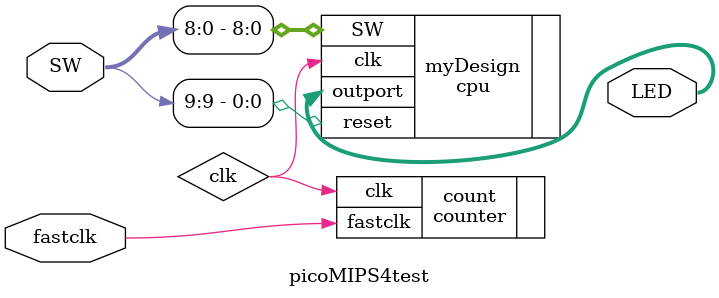
<source format=sv>

module picoMIPS4test #(parameter n = 24) (
  input logic fastclk,  // 50MHz Altera DE0 clock
  input logic [9:0] SW, // Switches SW0..SW9

  output logic [7:0] LED); // LEDs
  
  logic clk; // slow clock, about 10Hz
  counter #(.n(n)) count (.fastclk(fastclk),.clk(clk)); // slow clk from counter
  

    cpu myDesign (.clk(clk), .reset(SW[9]),.SW(SW[8:0]),.outport(LED)); //change fastclk to clk on fpga
endmodule


</source>
